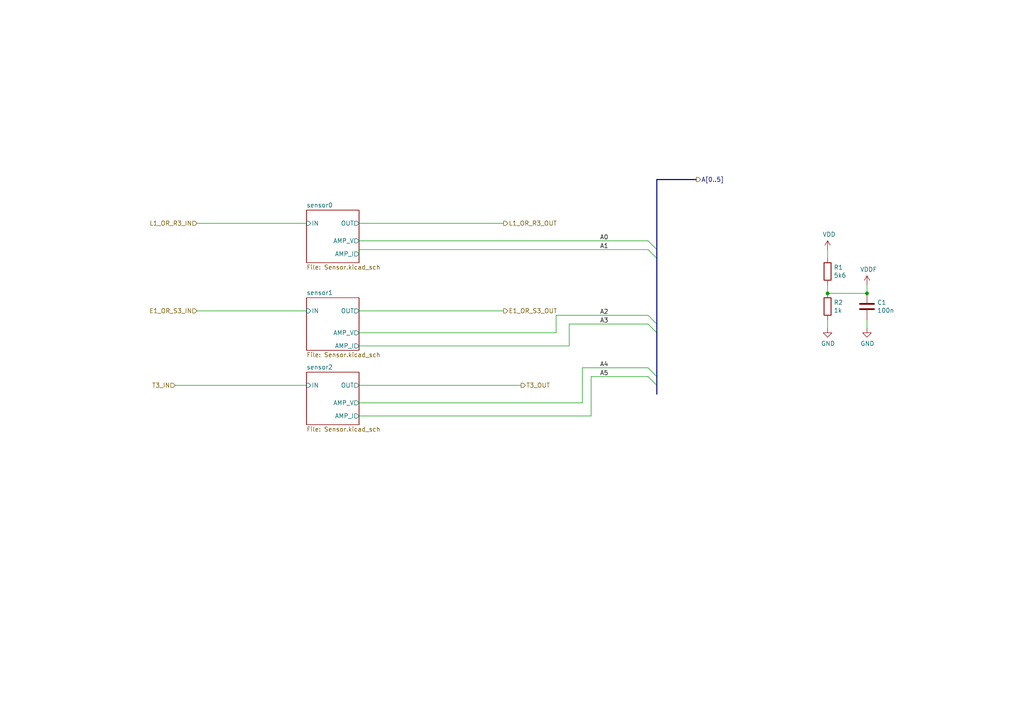
<source format=kicad_sch>
(kicad_sch (version 20211123) (generator eeschema)
  (paper "A4")
  (lib_symbols
    (symbol "Device:C" (pin_numbers hide) (pin_names (offset 0.254))
      (property "Reference" "C" (at 0.635 2.54 0))
      (property "Value" "C" (at 0.635 -2.54 0))
      (symbol "C_0_1"
        (polyline (pts (xy -2.032 -0.762) (xy 2.032 -0.762)) (stroke (width 0.508)))
        (polyline (pts (xy -2.032 0.762) (xy 2.032 0.762)) (stroke (width 0.508)))
      )
      (symbol "C_1_1"
        (pin passive line (at 0 3.81 270) (length 2.794) (name "~") (number "1"))
        (pin passive line (at 0 -3.81 90) (length 2.794) (name "~") (number "2"))
      )
    )
    (symbol "Device:R" (pin_numbers hide) (pin_names (offset 0))
      (property "Reference" "R" (at 2.032 0 90))
      (property "Value" "R" (at 0 0 90))
      (symbol "R_0_1"
        (rectangle (start -1.016 -2.54) (end 1.016 2.54) (stroke (width 0.254)))
      )
      (symbol "R_1_1"
        (pin passive line (at 0 3.81 270) (length 1.27) (name "~") (number "1"))
        (pin passive line (at 0 -3.81 90) (length 1.27) (name "~") (number "2"))
      )
    )
    (symbol "power:GND" (power) (pin_names (offset 0))
      (property "Value" "GND" (at 0 -3.81 0))
      (symbol "GND_0_1"
        (polyline (pts (xy 0 0) (xy 0 -1.27) (xy 1.27 -1.27) (xy 0 -2.54) (xy -1.27 -1.27) (xy 0 -1.27)))
      )
      (symbol "GND_1_1"
        (pin power_in line (at 0 0 270) (length 0) hide (name "GND") (number "1"))
      )
    )
    (symbol "power:VDD" (power) (pin_names (offset 0))
      (property "Value" "VDD" (at 0 3.81 0))
      (symbol "VDD_0_1"
        (polyline (pts (xy -0.762 1.27) (xy 0 2.54)))
        (polyline (pts (xy 0 0) (xy 0 2.54)))
        (polyline (pts (xy 0 2.54) (xy 0.762 1.27)))
      )
      (symbol "VDD_1_1"
        (pin power_in line (at 0 0 90) (length 0) hide (name "VDD") (number "1"))
      )
    )
    (symbol "power:VDDF" (power) (pin_names (offset 0))
      (property "Value" "VDDF" (at 0 3.81 0))
      (symbol "VDDF_0_1"
        (polyline (pts (xy -0.762 1.27) (xy 0 2.54)))
        (polyline (pts (xy 0 0) (xy 0 2.54)))
        (polyline (pts (xy 0 2.54) (xy 0.762 1.27)))
      )
      (symbol "VDDF_1_1"
        (pin power_in line (at 0 0 90) (length 0) hide (name "VDDF") (number "1"))
      )
    )
  )
  (junction (at 251.46 85.09))
  (junction (at 240.03 85.09))
  (bus_entry (at 187.96 109.22) (size 2.54 2.54))
  (bus_entry (at 187.96 72.39) (size 2.54 2.54))
  (bus_entry (at 187.96 91.44) (size 2.54 2.54))
  (bus_entry (at 187.96 93.98) (size 2.54 2.54))
  (bus_entry (at 187.96 106.68) (size 2.54 2.54))
  (bus_entry (at 187.96 69.85) (size 2.54 2.54))
  (bus (pts (xy 190.5 74.93) (xy 190.5 93.98)))
  (wire (pts (xy 161.29 96.52) (xy 104.14 96.52)))
  (wire (pts (xy 57.15 90.17) (xy 88.9 90.17)))
  (bus (pts (xy 190.5 93.98) (xy 190.5 96.52)))
  (wire (pts (xy 161.29 91.44) (xy 161.29 96.52)))
  (wire (pts (xy 171.45 120.65) (xy 104.14 120.65)))
  (wire (pts (xy 57.15 64.77) (xy 88.9 64.77)))
  (bus (pts (xy 190.5 96.52) (xy 190.5 109.22)))
  (wire (pts (xy 168.91 116.84) (xy 104.14 116.84)))
  (wire (pts (xy 251.46 95.25) (xy 251.46 92.71)))
  (wire (pts (xy 240.03 85.09) (xy 251.46 85.09)))
  (wire (pts (xy 165.1 93.98) (xy 165.1 100.33)))
  (wire (pts (xy 171.45 109.22) (xy 171.45 120.65)))
  (wire (pts (xy 50.8 111.76) (xy 88.9 111.76)))
  (wire (pts (xy 240.03 85.09) (xy 240.03 82.55)))
  (wire (pts (xy 104.14 69.85) (xy 187.96 69.85)))
  (wire (pts (xy 104.14 64.77) (xy 146.05 64.77)))
  (wire (pts (xy 104.14 72.39) (xy 104.14 73.66)))
  (bus (pts (xy 190.5 52.07) (xy 190.5 72.39)))
  (wire (pts (xy 104.14 111.76) (xy 151.13 111.76)))
  (wire (pts (xy 240.03 95.25) (xy 240.03 92.71)))
  (wire (pts (xy 104.14 90.17) (xy 146.05 90.17)))
  (bus (pts (xy 190.5 111.76) (xy 190.5 114.3)))
  (wire (pts (xy 161.29 91.44) (xy 187.96 91.44)))
  (wire (pts (xy 171.45 109.22) (xy 187.96 109.22)))
  (wire (pts (xy 104.14 72.39) (xy 187.96 72.39)))
  (wire (pts (xy 240.03 74.93) (xy 240.03 72.39)))
  (bus (pts (xy 190.5 109.22) (xy 190.5 111.76)))
  (bus (pts (xy 190.5 72.39) (xy 190.5 74.93)))
  (wire (pts (xy 168.91 106.68) (xy 168.91 116.84)))
  (bus (pts (xy 201.93 52.07) (xy 190.5 52.07)))
  (wire (pts (xy 168.91 106.68) (xy 187.96 106.68)))
  (wire (pts (xy 251.46 85.09) (xy 251.46 82.55)))
  (wire (pts (xy 165.1 93.98) (xy 187.96 93.98)))
  (wire (pts (xy 165.1 100.33) (xy 104.14 100.33)))
  (label "A1" (at 173.99 72.39 0))
  (label "A0" (at 173.99 69.85 0))
  (label "A4" (at 173.99 106.68 0))
  (label "A3" (at 173.99 93.98 0))
  (label "A5" (at 173.99 109.22 0))
  (label "A2" (at 173.99 91.44 0))
  (hierarchical_label "E1_OR_S3_OUT" (shape output) (at 146.05 90.17 0))
  (hierarchical_label "A[0..5]" (shape output) (at 201.93 52.07 0))
  (hierarchical_label "L1_OR_R3_IN" (shape input) (at 57.15 64.77 180))
  (hierarchical_label "L1_OR_R3_OUT" (shape output) (at 146.05 64.77 0))
  (hierarchical_label "E1_OR_S3_IN" (shape input) (at 57.15 90.17 180))
  (hierarchical_label "T3_OUT" (shape output) (at 151.13 111.76 0))
  (hierarchical_label "T3_IN" (shape input) (at 50.8 111.76 180))
  (symbol (lib_id "power:VDD") (at 240.03 72.39 0) (unit 1)
    (property "Reference" "#PWR011" (effects hide))
    (property "Value" "VDD" (at 240.4618 67.9958 0))
  )
  (symbol (lib_id "power:VDDF") (at 251.46 82.55 0) (unit 1)
    (property "Reference" "#PWR013" (effects hide))
    (property "Value" "VDDF" (at 251.8918 78.1558 0))
  )
  (symbol (lib_id "Device:R") (at 240.03 78.74 0) (unit 1)
    (property "Reference" "R1" (at 241.808 77.5716 0) (effects (justify left)))
    (property "Value" "5k6" (at 241.808 79.883 0) (effects (justify left)))
    (property "Footprint" "Resistor_THT:R_Axial_DIN0207_L6.3mm_D2.5mm_P2.54mm_Vertical" (effects hide))
  )
  (symbol (lib_id "Device:R") (at 240.03 88.9 0) (unit 1)
    (property "Reference" "R2" (at 241.808 87.7316 0) (effects (justify left)))
    (property "Value" "1k" (at 241.808 90.043 0) (effects (justify left)))
    (property "Footprint" "For_Rasterboard:R_Axial_DIN0207_L6.3mm_D2.5mm_Pinf_Horizontal" (effects hide))
  )
  (symbol (lib_id "power:GND") (at 240.03 95.25 0) (unit 1)
    (property "Reference" "#PWR012" (effects hide))
    (property "Value" "GND" (at 240.157 99.6442 0))
  )
  (symbol (lib_id "Device:C") (at 251.46 88.9 0) (unit 1)
    (property "Reference" "C1" (at 254.381 87.7316 0) (effects (justify left)))
    (property "Value" "100n" (at 254.381 90.043 0) (effects (justify left)))
    (property "Footprint" "For_Rasterboard:C_Disc_D3.0mm_W1.6mm_Pinf" (effects hide))
  )
  (symbol (lib_id "power:GND") (at 251.46 95.25 0) (unit 1)
    (property "Reference" "#PWR014" (effects hide))
    (property "Value" "GND" (at 251.587 99.6442 0))
  )
  (sheet (at 88.9 60.96) (size 15.24 15.24)
    (property "Sheet name" "sensor0" (at 88.9 60.2484 0) (effects (justify left bottom)))
    (property "Sheet file" "Sensor.kicad_sch" (at 88.9 76.7846 0) (effects (justify left top)))
    (pin "OUT" output (at 104.14 64.77 0))
    (pin "IN" input (at 88.9 64.77 180))
    (pin "AMP_V" output (at 104.14 69.85 0))
    (pin "AMP_I" output (at 104.14 73.66 0))
  )
  (sheet (at 88.9 86.36) (size 15.24 15.24)
    (property "Sheet name" "sensor1" (at 88.9 85.6484 0) (effects (justify left bottom)))
    (property "Sheet file" "Sensor.kicad_sch" (at 88.9 102.1846 0) (effects (justify left top)))
    (pin "OUT" output (at 104.14 90.17 0))
    (pin "IN" input (at 88.9 90.17 180))
    (pin "AMP_V" output (at 104.14 96.52 0))
    (pin "AMP_I" output (at 104.14 100.33 0))
  )
  (sheet (at 88.9 107.95) (size 15.24 15.24)
    (property "Sheet name" "sensor2" (at 88.9 107.2384 0) (effects (justify left bottom)))
    (property "Sheet file" "Sensor.kicad_sch" (at 88.9 123.7746 0) (effects (justify left top)))
    (pin "OUT" output (at 104.14 111.76 0))
    (pin "IN" input (at 88.9 111.76 180))
    (pin "AMP_V" output (at 104.14 116.84 0))
    (pin "AMP_I" output (at 104.14 120.65 0))
  )
)
</source>
